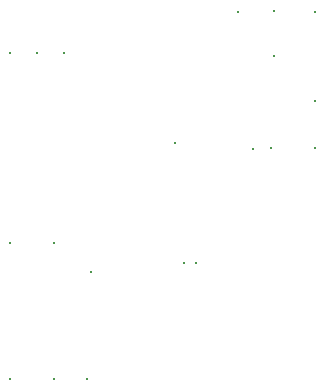
<source format=gbr>
%FSTAX23Y23*%
%MOMM*%
%SFA1B1*%

%IPPOS*%
%ADD38C,0.299999*%
%LNflightstick_buttonpanelv3r_filling-1*%
%LPD*%
G54D38*
X09906Y22317D03*
X13435Y18549D03*
X08128Y14478D03*
X09683Y14543D03*
X13409Y14569D03*
X13383Y26043D03*
X06883D03*
X09906Y26162D03*
X-12471Y22579D03*
X-10185D03*
X01524Y14986D03*
X02286Y04826D03*
X03302D03*
X-07899Y22579D03*
X-12419Y06485D03*
X-08719D03*
X-12419Y-05013D03*
X-08719D03*
X-05919D03*
X-05613Y04037D03*
M02*
</source>
